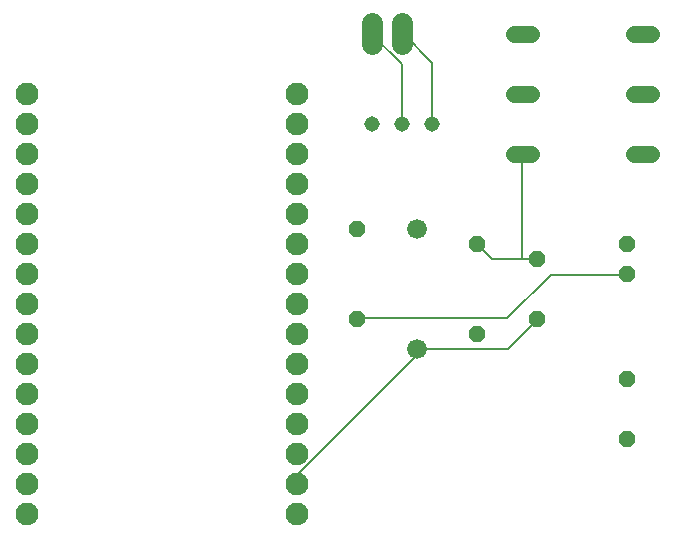
<source format=gbl>
G75*
%MOIN*%
%OFA0B0*%
%FSLAX25Y25*%
%IPPOS*%
%LPD*%
%AMOC8*
5,1,8,0,0,1.08239X$1,22.5*
%
%ADD10OC8,0.05200*%
%ADD11C,0.06600*%
%ADD12C,0.05543*%
%ADD13C,0.07600*%
%ADD14C,0.05150*%
%ADD15C,0.07087*%
%ADD16C,0.00600*%
D10*
X0126000Y0106000D03*
X0126000Y0136000D03*
X0166000Y0131000D03*
X0186000Y0126000D03*
X0186000Y0106000D03*
X0166000Y0101000D03*
X0216000Y0086000D03*
X0216000Y0066000D03*
X0216000Y0121000D03*
X0216000Y0131000D03*
D11*
X0146000Y0136000D03*
X0146000Y0096000D03*
D12*
X0178229Y0161000D02*
X0183771Y0161000D01*
X0183771Y0181000D02*
X0178229Y0181000D01*
X0178229Y0201000D02*
X0183771Y0201000D01*
X0218229Y0201000D02*
X0223771Y0201000D01*
X0223771Y0181000D02*
X0218229Y0181000D01*
X0218229Y0161000D02*
X0223771Y0161000D01*
D13*
X0016000Y0041000D03*
X0016000Y0051000D03*
X0016000Y0061000D03*
X0016000Y0071000D03*
X0016000Y0081000D03*
X0016000Y0091000D03*
X0016000Y0101000D03*
X0016000Y0111000D03*
X0016000Y0121000D03*
X0016000Y0131000D03*
X0016000Y0141000D03*
X0016000Y0151000D03*
X0016000Y0161000D03*
X0016000Y0171000D03*
X0016000Y0181000D03*
X0106000Y0181000D03*
X0106000Y0171000D03*
X0106000Y0161000D03*
X0106000Y0151000D03*
X0106000Y0141000D03*
X0106000Y0131000D03*
X0106000Y0121000D03*
X0106000Y0111000D03*
X0106000Y0101000D03*
X0106000Y0091000D03*
X0106000Y0081000D03*
X0106000Y0071000D03*
X0106000Y0061000D03*
X0106000Y0051000D03*
X0106000Y0041000D03*
D14*
X0131000Y0171000D03*
X0141000Y0171000D03*
X0151000Y0171000D03*
D15*
X0141000Y0197457D02*
X0141000Y0204543D01*
X0131000Y0204543D02*
X0131000Y0197457D01*
D16*
X0131000Y0201000D02*
X0130600Y0201000D01*
X0140800Y0190800D01*
X0140800Y0171000D01*
X0141000Y0171000D01*
X0151000Y0171000D02*
X0151000Y0191400D01*
X0141400Y0201000D01*
X0141000Y0201000D01*
X0181000Y0161000D02*
X0181000Y0126000D01*
X0186000Y0126000D01*
X0181000Y0126000D02*
X0170800Y0126000D01*
X0166000Y0130800D01*
X0166000Y0131000D01*
X0190400Y0120600D02*
X0215800Y0120600D01*
X0216000Y0121000D01*
X0190400Y0120600D02*
X0176000Y0106200D01*
X0126400Y0106200D01*
X0126000Y0106000D01*
X0145600Y0096000D02*
X0145600Y0093600D01*
X0106000Y0054000D01*
X0106000Y0051000D01*
X0145600Y0096000D02*
X0146000Y0096000D01*
X0176200Y0096000D01*
X0185800Y0105600D01*
X0186000Y0106000D01*
M02*

</source>
